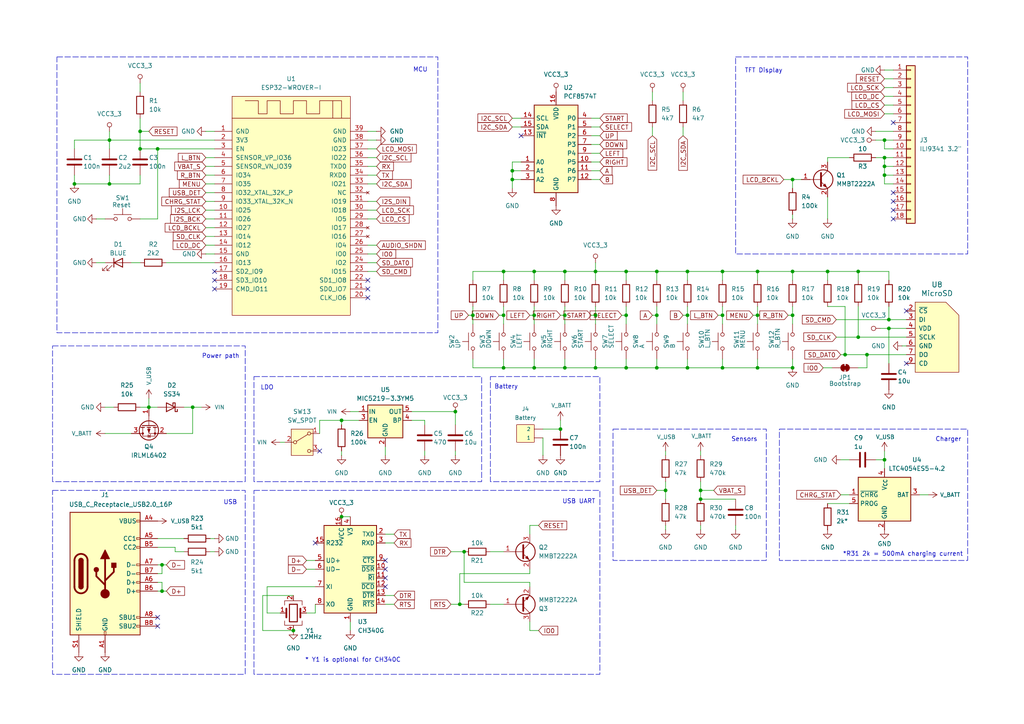
<source format=kicad_sch>
(kicad_sch (version 20250114) (generator "eeschema") (generator_version "9.0")
  (paper "A4")
  (title_block (title "Karabas Esplay") (date "2025-09-28") (rev "A") (company "Andy Karpov production"))
  (rectangle (start 16.51 16.51) (end 127 96.52) (stroke (width 0) (type dash)))
  (rectangle (start 73.66 142.24) (end 173.99 195.58) (stroke (width 0) (type dash)))
  (rectangle (start 226.06 124.46) (end 280.67 162.56) (stroke (width 0) (type dash)))
  (rectangle (start 142.24 109.22) (end 173.99 139.7) (stroke (width 0) (type dash)))
  (rectangle (start 213.36 16.51) (end 280.67 73.66) (stroke (width 0) (type dash)))
  (rectangle (start 177.8 124.46) (end 222.25 162.56) (stroke (width 0) (type dash)))
  (rectangle (start 15.24 100.33) (end 71.12 139.7) (stroke (width 0) (type dash)))
  (rectangle (start 73.66 109.22) (end 139.7 139.7) (stroke (width 0) (type dash)))
  (rectangle (start 15.24 142.24) (end 71.12 195.58) (stroke (width 0) (type dash)))
  (text "*R31 2k = 500mA charging current" (at 261.874 160.782 0) (effects (font (size 1.27 1.27))))
  (text "TFT Display" (at 221.488 20.574 0) (effects (font (size 1.27 1.27))))
  (text "USB UART" (at 167.894 145.542 0) (effects (font (size 1.27 1.27))))
  (text "USB" (at 66.802 145.796 0) (effects (font (size 1.27 1.27))))
  (text "LDO" (at 77.47 112.522 0) (effects (font (size 1.27 1.27))))
  (text "Charger" (at 275.082 127.508 0) (effects (font (size 1.27 1.27))))
  (text "MCU" (at 121.92 20.32 0) (effects (font (size 1.27 1.27))))
  (text "Battery" (at 146.812 112.268 0) (effects (font (size 1.27 1.27))))
  (text "Sensors" (at 215.9 127.508 0) (effects (font (size 1.27 1.27))))
  (text "* Y1 is optional for CH340C" (at 102.362 191.516 0) (effects (font (size 1.27 1.27))))
  (text "Power path" (at 64.008 103.378 0) (effects (font (size 1.27 1.27))))
  (junction (at 256.54 45.72))
  (junction (at 134.62 160.02))
  (junction (at 209.55 91.44))
  (junction (at 40.64 38.1))
  (junction (at 199.39 106.68))
  (junction (at 190.5 91.44))
  (junction (at 240.03 78.74))
  (junction (at 43.18 118.11))
  (junction (at 251.46 102.87))
  (junction (at 154.94 78.74))
  (junction (at 55.88 118.11))
  (junction (at 257.81 92.71))
  (junction (at 229.87 91.44))
  (junction (at 209.55 78.74))
  (junction (at 133.35 175.26))
  (junction (at 46.99 163.83))
  (junction (at 256.54 50.8))
  (junction (at 199.39 78.74))
  (junction (at 219.71 91.44))
  (junction (at 256.54 40.64))
  (junction (at 172.72 91.44))
  (junction (at 163.83 106.68))
  (junction (at 99.06 121.92))
  (junction (at 31.75 53.34))
  (junction (at 154.94 91.44))
  (junction (at 40.64 43.18))
  (junction (at 172.72 78.74))
  (junction (at 256.54 133.35))
  (junction (at 99.06 149.86))
  (junction (at 199.39 91.44))
  (junction (at 181.61 106.68))
  (junction (at 46.99 171.45))
  (junction (at 219.71 106.68))
  (junction (at 248.92 97.79))
  (junction (at 248.92 78.74))
  (junction (at 45.72 43.18))
  (junction (at 132.08 119.38))
  (junction (at 229.87 52.07))
  (junction (at 229.87 78.74))
  (junction (at 172.72 106.68))
  (junction (at 203.2 142.24))
  (junction (at 256.54 48.26))
  (junction (at 181.61 78.74))
  (junction (at 146.05 91.44))
  (junction (at 146.05 106.68))
  (junction (at 85.09 182.88))
  (junction (at 31.75 40.64))
  (junction (at 21.59 53.34))
  (junction (at 229.87 106.68))
  (junction (at 154.94 106.68))
  (junction (at 148.59 49.53))
  (junction (at 163.83 91.44))
  (junction (at 190.5 78.74))
  (junction (at 162.56 124.46))
  (junction (at 245.11 102.87))
  (junction (at 209.55 106.68))
  (junction (at 146.05 78.74))
  (junction (at 257.81 95.25))
  (junction (at 193.04 142.24))
  (junction (at 163.83 78.74))
  (junction (at 148.59 52.07))
  (junction (at 219.71 78.74))
  (junction (at 181.61 91.44))
  (junction (at 203.2 144.78))
  (junction (at 137.16 91.44))
  (junction (at 190.5 106.68))
  (no_connect (at 259.08 55.88))
  (no_connect (at 106.68 81.28))
  (no_connect (at 62.23 78.74))
  (no_connect (at 45.72 181.61))
  (no_connect (at 45.72 179.07))
  (no_connect (at 106.68 83.82))
  (no_connect (at 62.23 81.28))
  (no_connect (at 111.76 165.1))
  (no_connect (at 259.08 60.96))
  (no_connect (at 111.76 167.64))
  (no_connect (at 92.71 130.81))
  (no_connect (at 106.68 86.36))
  (no_connect (at 259.08 35.56))
  (no_connect (at 151.13 39.37))
  (no_connect (at 91.44 157.48))
  (no_connect (at 111.76 170.18))
  (no_connect (at 262.89 90.17))
  (no_connect (at 259.08 63.5))
  (no_connect (at 62.23 83.82))
  (no_connect (at 259.08 58.42))
  (no_connect (at 262.89 105.41))
  (no_connect (at 111.76 162.56))
  (wire (pts (xy 88.9 162.56) (xy 91.44 162.56)))
  (wire (pts (xy 148.59 49.53) (xy 151.13 49.53)))
  (wire (pts (xy 153.67 166.37) (xy 133.35 166.37)))
  (wire (pts (xy 59.69 50.8) (xy 62.23 50.8)))
  (wire (pts (xy 257.81 95.25) (xy 257.81 105.41)))
  (wire (pts (xy 259.08 43.18) (xy 256.54 43.18)))
  (wire (pts (xy 153.67 170.18) (xy 153.67 168.91)))
  (wire (pts (xy 157.48 127) (xy 157.48 132.08)))
  (wire (pts (xy 199.39 104.14) (xy 199.39 106.68)))
  (wire (pts (xy 137.16 88.9) (xy 137.16 91.44)))
  (wire (pts (xy 31.75 40.64) (xy 62.23 40.64)))
  (wire (pts (xy 27.94 63.5) (xy 30.48 63.5)))
  (wire (pts (xy 43.18 118.11) (xy 45.72 118.11)))
  (wire (pts (xy 48.26 76.2) (xy 62.23 76.2)))
  (wire (pts (xy 31.75 53.34) (xy 40.64 53.34)))
  (wire (pts (xy 193.04 130.81) (xy 193.04 132.08)))
  (wire (pts (xy 106.68 71.12) (xy 109.22 71.12)))
  (wire (pts (xy 55.88 118.11) (xy 58.42 118.11)))
  (wire (pts (xy 209.55 104.14) (xy 209.55 106.68)))
  (wire (pts (xy 45.72 158.75) (xy 50.8 158.75)))
  (wire (pts (xy 148.59 52.07) (xy 151.13 52.07)))
  (wire (pts (xy 77.47 170.18) (xy 77.47 177.8)))
  (wire (pts (xy 40.64 118.11) (xy 43.18 118.11)))
  (wire (pts (xy 146.05 88.9) (xy 146.05 91.44)))
  (wire (pts (xy 76.2 172.72) (xy 76.2 182.88)))
  (wire (pts (xy 219.71 91.44) (xy 219.71 93.98)))
  (wire (pts (xy 163.83 88.9) (xy 163.83 91.44)))
  (wire (pts (xy 248.92 106.68) (xy 251.46 106.68)))
  (wire (pts (xy 81.28 128.27) (xy 82.55 128.27)))
  (wire (pts (xy 53.34 118.11) (xy 55.88 118.11)))
  (wire (pts (xy 229.87 78.74) (xy 219.71 78.74)))
  (wire (pts (xy 256.54 50.8) (xy 259.08 50.8)))
  (wire (pts (xy 256.54 22.86) (xy 259.08 22.86)))
  (wire (pts (xy 148.59 34.29) (xy 151.13 34.29)))
  (wire (pts (xy 59.69 71.12) (xy 62.23 71.12)))
  (wire (pts (xy 59.69 63.5) (xy 62.23 63.5)))
  (wire (pts (xy 227.33 52.07) (xy 229.87 52.07)))
  (wire (pts (xy 171.45 52.07) (xy 173.99 52.07)))
  (wire (pts (xy 106.68 73.66) (xy 109.22 73.66)))
  (wire (pts (xy 229.87 62.23) (xy 229.87 63.5)))
  (wire (pts (xy 45.72 43.18) (xy 62.23 43.18)))
  (wire (pts (xy 45.72 166.37) (xy 46.99 166.37)))
  (wire (pts (xy 209.55 78.74) (xy 199.39 78.74)))
  (wire (pts (xy 31.75 53.34) (xy 21.59 53.34)))
  (wire (pts (xy 243.84 133.35) (xy 246.38 133.35)))
  (wire (pts (xy 257.81 95.25) (xy 262.89 95.25)))
  (wire (pts (xy 111.76 175.26) (xy 114.3 175.26)))
  (wire (pts (xy 171.45 91.44) (xy 172.72 91.44)))
  (wire (pts (xy 146.05 78.74) (xy 146.05 81.28)))
  (wire (pts (xy 240.03 78.74) (xy 229.87 78.74)))
  (wire (pts (xy 40.64 50.8) (xy 40.64 53.34)))
  (wire (pts (xy 148.59 49.53) (xy 148.59 52.07)))
  (wire (pts (xy 45.72 63.5) (xy 45.72 43.18)))
  (wire (pts (xy 181.61 88.9) (xy 181.61 91.44)))
  (wire (pts (xy 203.2 152.4) (xy 203.2 153.67)))
  (wire (pts (xy 106.68 45.72) (xy 109.22 45.72)))
  (wire (pts (xy 101.6 180.34) (xy 101.6 182.88)))
  (wire (pts (xy 256.54 48.26) (xy 256.54 45.72)))
  (wire (pts (xy 261.62 100.33) (xy 262.89 100.33)))
  (wire (pts (xy 246.38 146.05) (xy 240.03 146.05)))
  (wire (pts (xy 172.72 78.74) (xy 172.72 81.28)))
  (wire (pts (xy 123.19 130.81) (xy 123.19 132.08)))
  (wire (pts (xy 45.72 168.91) (xy 46.99 168.91)))
  (wire (pts (xy 181.61 78.74) (xy 172.72 78.74)))
  (wire (pts (xy 171.45 34.29) (xy 173.99 34.29)))
  (wire (pts (xy 31.75 40.64) (xy 31.75 43.18)))
  (wire (pts (xy 91.44 175.26) (xy 91.44 177.8)))
  (wire (pts (xy 76.2 182.88) (xy 85.09 182.88)))
  (wire (pts (xy 257.81 88.9) (xy 257.81 92.71)))
  (wire (pts (xy 256.54 40.64) (xy 259.08 40.64)))
  (wire (pts (xy 153.67 168.91) (xy 134.62 168.91)))
  (wire (pts (xy 245.11 88.9) (xy 245.11 102.87)))
  (wire (pts (xy 199.39 88.9) (xy 199.39 91.44)))
  (wire (pts (xy 251.46 102.87) (xy 262.89 102.87)))
  (wire (pts (xy 162.56 121.92) (xy 162.56 124.46)))
  (wire (pts (xy 40.64 24.13) (xy 40.64 26.67)))
  (wire (pts (xy 190.5 142.24) (xy 193.04 142.24)))
  (wire (pts (xy 246.38 45.72) (xy 240.03 45.72)))
  (wire (pts (xy 257.81 92.71) (xy 262.89 92.71)))
  (wire (pts (xy 45.72 163.83) (xy 46.99 163.83)))
  (wire (pts (xy 59.69 60.96) (xy 62.23 60.96)))
  (wire (pts (xy 59.69 55.88) (xy 62.23 55.88)))
  (wire (pts (xy 137.16 104.14) (xy 137.16 106.68)))
  (wire (pts (xy 172.72 91.44) (xy 172.72 93.98)))
  (wire (pts (xy 199.39 106.68) (xy 190.5 106.68)))
  (wire (pts (xy 59.69 73.66) (xy 62.23 73.66)))
  (wire (pts (xy 163.83 78.74) (xy 163.83 81.28)))
  (wire (pts (xy 256.54 20.32) (xy 259.08 20.32)))
  (wire (pts (xy 144.78 91.44) (xy 146.05 91.44)))
  (wire (pts (xy 180.34 91.44) (xy 181.61 91.44)))
  (wire (pts (xy 219.71 106.68) (xy 209.55 106.68)))
  (wire (pts (xy 38.1 76.2) (xy 40.64 76.2)))
  (wire (pts (xy 133.35 175.26) (xy 130.81 175.26)))
  (wire (pts (xy 154.94 104.14) (xy 154.94 106.68)))
  (wire (pts (xy 99.06 121.92) (xy 99.06 123.19)))
  (wire (pts (xy 40.64 38.1) (xy 40.64 43.18)))
  (wire (pts (xy 148.59 36.83) (xy 151.13 36.83)))
  (wire (pts (xy 229.87 88.9) (xy 229.87 91.44)))
  (wire (pts (xy 132.08 119.38) (xy 119.38 119.38)))
  (wire (pts (xy 254 45.72) (xy 256.54 45.72)))
  (wire (pts (xy 219.71 88.9) (xy 219.71 91.44)))
  (wire (pts (xy 228.6 91.44) (xy 229.87 91.44)))
  (wire (pts (xy 106.68 78.74) (xy 109.22 78.74)))
  (wire (pts (xy 257.81 81.28) (xy 257.81 78.74)))
  (wire (pts (xy 59.69 66.04) (xy 62.23 66.04)))
  (wire (pts (xy 181.61 91.44) (xy 181.61 93.98)))
  (wire (pts (xy 123.19 121.92) (xy 123.19 123.19)))
  (wire (pts (xy 242.57 97.79) (xy 248.92 97.79)))
  (wire (pts (xy 85.09 172.72) (xy 76.2 172.72)))
  (wire (pts (xy 172.72 104.14) (xy 172.72 106.68)))
  (wire (pts (xy 218.44 91.44) (xy 219.71 91.44)))
  (wire (pts (xy 256.54 25.4) (xy 259.08 25.4)))
  (wire (pts (xy 229.87 52.07) (xy 229.87 54.61)))
  (wire (pts (xy 256.54 53.34) (xy 256.54 50.8)))
  (wire (pts (xy 255.27 95.25) (xy 257.81 95.25)))
  (wire (pts (xy 40.64 43.18) (xy 45.72 43.18)))
  (wire (pts (xy 171.45 39.37) (xy 173.99 39.37)))
  (wire (pts (xy 256.54 45.72) (xy 259.08 45.72)))
  (wire (pts (xy 190.5 91.44) (xy 190.5 93.98)))
  (wire (pts (xy 157.48 124.46) (xy 162.56 124.46)))
  (wire (pts (xy 162.56 91.44) (xy 163.83 91.44)))
  (wire (pts (xy 146.05 106.68) (xy 137.16 106.68)))
  (wire (pts (xy 219.71 78.74) (xy 219.71 81.28)))
  (wire (pts (xy 154.94 88.9) (xy 154.94 91.44)))
  (wire (pts (xy 146.05 91.44) (xy 146.05 93.98)))
  (wire (pts (xy 106.68 48.26) (xy 109.22 48.26)))
  (wire (pts (xy 190.5 78.74) (xy 190.5 81.28)))
  (wire (pts (xy 106.68 50.8) (xy 109.22 50.8)))
  (wire (pts (xy 171.45 49.53) (xy 173.99 49.53)))
  (wire (pts (xy 172.72 106.68) (xy 163.83 106.68)))
  (wire (pts (xy 21.59 50.8) (xy 21.59 53.34)))
  (wire (pts (xy 59.69 48.26) (xy 62.23 48.26)))
  (wire (pts (xy 111.76 154.94) (xy 114.3 154.94)))
  (wire (pts (xy 31.75 40.64) (xy 21.59 40.64)))
  (wire (pts (xy 198.12 26.67) (xy 198.12 29.21)))
  (wire (pts (xy 59.69 45.72) (xy 62.23 45.72)))
  (wire (pts (xy 154.94 78.74) (xy 154.94 81.28)))
  (wire (pts (xy 21.59 40.64) (xy 21.59 43.18)))
  (wire (pts (xy 163.83 106.68) (xy 154.94 106.68)))
  (wire (pts (xy 238.76 106.68) (xy 241.3 106.68)))
  (wire (pts (xy 106.68 76.2) (xy 109.22 76.2)))
  (wire (pts (xy 46.99 166.37) (xy 46.99 163.83)))
  (wire (pts (xy 163.83 78.74) (xy 154.94 78.74)))
  (wire (pts (xy 154.94 91.44) (xy 154.94 93.98)))
  (wire (pts (xy 229.87 106.68) (xy 219.71 106.68)))
  (wire (pts (xy 106.68 43.18) (xy 109.22 43.18)))
  (wire (pts (xy 106.68 63.5) (xy 109.22 63.5)))
  (wire (pts (xy 240.03 78.74) (xy 240.03 81.28)))
  (wire (pts (xy 46.99 171.45) (xy 48.26 171.45)))
  (wire (pts (xy 198.12 91.44) (xy 199.39 91.44)))
  (wire (pts (xy 203.2 139.7) (xy 203.2 142.24)))
  (wire (pts (xy 104.14 121.92) (xy 99.06 121.92)))
  (wire (pts (xy 189.23 91.44) (xy 190.5 91.44)))
  (wire (pts (xy 142.24 160.02) (xy 146.05 160.02)))
  (wire (pts (xy 137.16 91.44) (xy 137.16 93.98)))
  (wire (pts (xy 203.2 142.24) (xy 207.01 142.24)))
  (wire (pts (xy 31.75 38.1) (xy 31.75 40.64)))
  (wire (pts (xy 209.55 91.44) (xy 209.55 93.98)))
  (wire (pts (xy 40.64 63.5) (xy 45.72 63.5)))
  (wire (pts (xy 106.68 60.96) (xy 109.22 60.96)))
  (wire (pts (xy 55.88 118.11) (xy 55.88 125.73)))
  (wire (pts (xy 245.11 102.87) (xy 251.46 102.87)))
  (wire (pts (xy 60.96 156.21) (xy 62.23 156.21)))
  (wire (pts (xy 209.55 106.68) (xy 199.39 106.68)))
  (wire (pts (xy 137.16 78.74) (xy 137.16 81.28)))
  (wire (pts (xy 229.87 52.07) (xy 232.41 52.07)))
  (wire (pts (xy 203.2 142.24) (xy 203.2 144.78)))
  (wire (pts (xy 40.64 38.1) (xy 43.18 38.1)))
  (wire (pts (xy 59.69 53.34) (xy 62.23 53.34)))
  (wire (pts (xy 266.7 143.51) (xy 269.24 143.51)))
  (wire (pts (xy 163.83 91.44) (xy 163.83 93.98)))
  (wire (pts (xy 40.64 34.29) (xy 40.64 38.1)))
  (wire (pts (xy 208.28 91.44) (xy 209.55 91.44)))
  (wire (pts (xy 30.48 125.73) (xy 38.1 125.73)))
  (wire (pts (xy 190.5 106.68) (xy 181.61 106.68)))
  (wire (pts (xy 199.39 78.74) (xy 190.5 78.74)))
  (wire (pts (xy 203.2 130.81) (xy 203.2 132.08)))
  (wire (pts (xy 59.69 58.42) (xy 62.23 58.42)))
  (wire (pts (xy 153.67 154.94) (xy 153.67 152.4)))
  (wire (pts (xy 77.47 177.8) (xy 81.28 177.8)))
  (wire (pts (xy 148.59 52.07) (xy 148.59 54.61)))
  (wire (pts (xy 190.5 78.74) (xy 181.61 78.74)))
  (wire (pts (xy 46.99 168.91) (xy 46.99 171.45)))
  (wire (pts (xy 45.72 171.45) (xy 46.99 171.45)))
  (wire (pts (xy 243.84 102.87) (xy 245.11 102.87)))
  (wire (pts (xy 99.06 130.81) (xy 99.06 132.08)))
  (wire (pts (xy 88.9 165.1) (xy 91.44 165.1)))
  (wire (pts (xy 229.87 104.14) (xy 229.87 106.68)))
  (wire (pts (xy 259.08 53.34) (xy 256.54 53.34)))
  (wire (pts (xy 133.35 175.26) (xy 134.62 175.26)))
  (wire (pts (xy 229.87 91.44) (xy 229.87 93.98)))
  (wire (pts (xy 172.72 76.2) (xy 172.72 78.74)))
  (wire (pts (xy 146.05 78.74) (xy 137.16 78.74)))
  (wire (pts (xy 198.12 36.83) (xy 198.12 39.37)))
  (wire (pts (xy 106.68 53.34) (xy 109.22 53.34)))
  (wire (pts (xy 193.04 152.4) (xy 193.04 153.67)))
  (wire (pts (xy 243.84 143.51) (xy 246.38 143.51)))
  (wire (pts (xy 181.61 106.68) (xy 172.72 106.68)))
  (wire (pts (xy 190.5 88.9) (xy 190.5 91.44)))
  (wire (pts (xy 92.71 121.92) (xy 99.06 121.92)))
  (wire (pts (xy 153.67 152.4) (xy 156.21 152.4)))
  (wire (pts (xy 171.45 44.45) (xy 173.99 44.45)))
  (wire (pts (xy 248.92 78.74) (xy 240.03 78.74)))
  (wire (pts (xy 256.54 43.18) (xy 256.54 40.64)))
  (wire (pts (xy 172.72 88.9) (xy 172.72 91.44)))
  (wire (pts (xy 132.08 123.19) (xy 132.08 119.38)))
  (wire (pts (xy 251.46 106.68) (xy 251.46 102.87)))
  (wire (pts (xy 171.45 41.91) (xy 173.99 41.91)))
  (wire (pts (xy 193.04 139.7) (xy 193.04 142.24)))
  (wire (pts (xy 153.67 182.88) (xy 156.21 182.88)))
  (wire (pts (xy 59.69 38.1) (xy 62.23 38.1)))
  (wire (pts (xy 242.57 92.71) (xy 257.81 92.71)))
  (wire (pts (xy 181.61 78.74) (xy 181.61 81.28)))
  (wire (pts (xy 43.18 115.57) (xy 43.18 118.11)))
  (wire (pts (xy 240.03 88.9) (xy 245.11 88.9)))
  (wire (pts (xy 257.81 78.74) (xy 248.92 78.74)))
  (wire (pts (xy 199.39 78.74) (xy 199.39 81.28)))
  (wire (pts (xy 256.54 30.48) (xy 259.08 30.48)))
  (wire (pts (xy 111.76 172.72) (xy 114.3 172.72)))
  (wire (pts (xy 132.08 130.81) (xy 132.08 132.08)))
  (wire (pts (xy 248.92 88.9) (xy 248.92 97.79)))
  (wire (pts (xy 256.54 33.02) (xy 259.08 33.02)))
  (wire (pts (xy 229.87 81.28) (xy 229.87 78.74)))
  (wire (pts (xy 91.44 170.18) (xy 77.47 170.18)))
  (wire (pts (xy 163.83 104.14) (xy 163.83 106.68)))
  (wire (pts (xy 46.99 163.83) (xy 48.26 163.83)))
  (wire (pts (xy 130.81 160.02) (xy 134.62 160.02)))
  (wire (pts (xy 240.03 57.15) (xy 240.03 63.5)))
  (wire (pts (xy 190.5 104.14) (xy 190.5 106.68)))
  (wire (pts (xy 133.35 166.37) (xy 133.35 175.26)))
  (wire (pts (xy 248.92 97.79) (xy 262.89 97.79)))
  (wire (pts (xy 248.92 78.74) (xy 248.92 81.28)))
  (wire (pts (xy 111.76 129.54) (xy 111.76 132.08)))
  (wire (pts (xy 111.76 157.48) (xy 114.3 157.48)))
  (wire (pts (xy 219.71 78.74) (xy 209.55 78.74)))
  (wire (pts (xy 106.68 58.42) (xy 109.22 58.42)))
  (wire (pts (xy 153.67 180.34) (xy 153.67 182.88)))
  (wire (pts (xy 59.69 68.58) (xy 62.23 68.58)))
  (wire (pts (xy 254 38.1) (xy 259.08 38.1)))
  (wire (pts (xy 254 40.64) (xy 256.54 40.64)))
  (wire (pts (xy 119.38 121.92) (xy 123.19 121.92)))
  (wire (pts (xy 219.71 104.14) (xy 219.71 106.68)))
  (wire (pts (xy 31.75 50.8) (xy 31.75 53.34)))
  (wire (pts (xy 153.67 165.1) (xy 153.67 166.37)))
  (wire (pts (xy 142.24 175.26) (xy 146.05 175.26)))
  (wire (pts (xy 27.94 76.2) (xy 30.48 76.2)))
  (wire (pts (xy 135.89 91.44) (xy 137.16 91.44)))
  (wire (pts (xy 106.68 40.64) (xy 109.22 40.64)))
  (wire (pts (xy 213.36 152.4) (xy 213.36 153.67)))
  (wire (pts (xy 256.54 48.26) (xy 259.08 48.26)))
  (wire (pts (xy 91.44 177.8) (xy 88.9 177.8)))
  (wire (pts (xy 154.94 78.74) (xy 146.05 78.74)))
  (wire (pts (xy 30.48 118.11) (xy 33.02 118.11)))
  (wire (pts (xy 240.03 45.72) (xy 240.03 46.99)))
  (wire (pts (xy 254 133.35) (xy 256.54 133.35)))
  (wire (pts (xy 193.04 142.24) (xy 193.04 144.78)))
  (wire (pts (xy 256.54 27.94) (xy 259.08 27.94)))
  (wire (pts (xy 256.54 130.81) (xy 256.54 133.35)))
  (wire (pts (xy 189.23 26.67) (xy 189.23 29.21)))
  (wire (pts (xy 209.55 78.74) (xy 209.55 81.28)))
  (wire (pts (xy 60.96 160.02) (xy 62.23 160.02)))
  (wire (pts (xy 50.8 160.02) (xy 53.34 160.02)))
  (wire (pts (xy 45.72 156.21) (xy 53.34 156.21)))
  (wire (pts (xy 106.68 38.1) (xy 109.22 38.1)))
  (wire (pts (xy 151.13 46.99) (xy 148.59 46.99)))
  (wire (pts (xy 148.59 46.99) (xy 148.59 49.53)))
  (wire (pts (xy 189.23 36.83) (xy 189.23 39.37)))
  (wire (pts (xy 256.54 133.35) (xy 256.54 135.89)))
  (wire (pts (xy 101.6 119.38) (xy 104.14 119.38)))
  (wire (pts (xy 101.6 149.86) (xy 99.06 149.86)))
  (wire (pts (xy 134.62 160.02) (xy 134.62 168.91)))
  (wire (pts (xy 154.94 106.68) (xy 146.05 106.68)))
  (wire (pts (xy 55.88 125.73) (xy 48.26 125.73)))
  (wire (pts (xy 181.61 104.14) (xy 181.61 106.68)))
  (wire (pts (xy 146.05 104.14) (xy 146.05 106.68)))
  (wire (pts (xy 171.45 36.83) (xy 173.99 36.83)))
  (wire (pts (xy 171.45 46.99) (xy 173.99 46.99)))
  (wire (pts (xy 199.39 91.44) (xy 199.39 93.98)))
  (wire (pts (xy 256.54 50.8) (xy 256.54 48.26)))
  (wire (pts (xy 172.72 78.74) (xy 163.83 78.74)))
  (wire (pts (xy 92.71 125.73) (xy 92.71 121.92)))
  (wire (pts (xy 209.55 88.9) (xy 209.55 91.44)))
  (wire (pts (xy 203.2 144.78) (xy 213.36 144.78)))
  (wire (pts (xy 153.67 91.44) (xy 154.94 91.44)))
  (wire (pts (xy 50.8 158.75) (xy 50.8 160.02)))
  (global_label "LCD_DC" (shape input) (at 59.69 71.12 180) (property "Intersheetrefs" "${INTERSHEET_REFS}" (effects (hide yes))))
  (global_label "UP" (shape input) (at 135.89 91.44 180) (property "Intersheetrefs" "${INTERSHEET_REFS}" (effects (hide yes))))
  (global_label "IO0" (shape input) (at 156.21 182.88 0) (property "Intersheetrefs" "${INTERSHEET_REFS}" (effects (hide yes))))
  (global_label "RX" (shape input) (at 109.22 48.26 0) (property "Intersheetrefs" "${INTERSHEET_REFS}" (effects (hide yes))))
  (global_label "START" (shape input) (at 171.45 91.44 180) (property "Intersheetrefs" "${INTERSHEET_REFS}" (effects (hide yes))))
  (global_label "I2S_LCK" (shape input) (at 59.69 60.96 180) (property "Intersheetrefs" "${INTERSHEET_REFS}" (effects (hide yes))))
  (global_label "SD_CMD" (shape input) (at 242.57 92.71 180) (property "Intersheetrefs" "${INTERSHEET_REFS}" (effects (hide yes))))
  (global_label "D+" (shape input) (at 88.9 162.56 180) (property "Intersheetrefs" "${INTERSHEET_REFS}" (effects (hide yes))))
  (global_label "I2C_SCL" (shape input) (at 189.23 39.37 270) (property "Intersheetrefs" "${INTERSHEET_REFS}" (effects (hide yes))))
  (global_label "LCD_DC" (shape input) (at 256.54 27.94 180) (property "Intersheetrefs" "${INTERSHEET_REFS}" (effects (hide yes))))
  (global_label "D+" (shape input) (at 48.26 171.45 0) (property "Intersheetrefs" "${INTERSHEET_REFS}" (effects (hide yes))))
  (global_label "R_BTN" (shape input) (at 59.69 50.8 180) (property "Intersheetrefs" "${INTERSHEET_REFS}" (effects (hide yes))))
  (global_label "I2C_SDA" (shape input) (at 198.12 39.37 270) (property "Intersheetrefs" "${INTERSHEET_REFS}" (effects (hide yes))))
  (global_label "USB_DET" (shape input) (at 190.5 142.24 180) (property "Intersheetrefs" "${INTERSHEET_REFS}" (effects (hide yes))))
  (global_label "D-" (shape input) (at 88.9 165.1 180) (property "Intersheetrefs" "${INTERSHEET_REFS}" (effects (hide yes))))
  (global_label "L_BTN" (shape input) (at 59.69 45.72 180) (property "Intersheetrefs" "${INTERSHEET_REFS}" (effects (hide yes))))
  (global_label "DOWN" (shape input) (at 144.78 91.44 180) (property "Intersheetrefs" "${INTERSHEET_REFS}" (effects (hide yes))))
  (global_label "LCD_MOSI" (shape input) (at 109.22 43.18 0) (property "Intersheetrefs" "${INTERSHEET_REFS}" (effects (hide yes))))
  (global_label "LCD_SCK" (shape input) (at 256.54 25.4 180) (property "Intersheetrefs" "${INTERSHEET_REFS}" (effects (hide yes))))
  (global_label "IO0" (shape input) (at 238.76 106.68 180) (property "Intersheetrefs" "${INTERSHEET_REFS}" (effects (hide yes))))
  (global_label "R_BTN" (shape input) (at 228.6 91.44 180) (property "Intersheetrefs" "${INTERSHEET_REFS}" (effects (hide yes))))
  (global_label "RTS" (shape input) (at 130.81 175.26 180) (property "Intersheetrefs" "${INTERSHEET_REFS}" (effects (hide yes))))
  (global_label "I2S_DIN" (shape input) (at 109.22 58.42 0) (property "Intersheetrefs" "${INTERSHEET_REFS}" (effects (hide yes))))
  (global_label "DTR" (shape input) (at 114.3 172.72 0) (property "Intersheetrefs" "${INTERSHEET_REFS}" (effects (hide yes))))
  (global_label "DTR" (shape input) (at 130.81 160.02 180) (property "Intersheetrefs" "${INTERSHEET_REFS}" (effects (hide yes))))
  (global_label "SD_CLK" (shape input) (at 59.69 68.58 180) (property "Intersheetrefs" "${INTERSHEET_REFS}" (effects (hide yes))))
  (global_label "I2C_SCL" (shape input) (at 148.59 34.29 180) (property "Intersheetrefs" "${INTERSHEET_REFS}" (effects (hide yes))))
  (global_label "A" (shape input) (at 173.99 49.53 0) (property "Intersheetrefs" "${INTERSHEET_REFS}" (effects (hide yes))))
  (global_label "I2S_BCK" (shape input) (at 59.69 63.5 180) (property "Intersheetrefs" "${INTERSHEET_REFS}" (effects (hide yes))))
  (global_label "LEFT" (shape input) (at 173.99 44.45 0) (property "Intersheetrefs" "${INTERSHEET_REFS}" (effects (hide yes))))
  (global_label "LCD_CS" (shape input) (at 109.22 63.5 0) (property "Intersheetrefs" "${INTERSHEET_REFS}" (effects (hide yes))))
  (global_label "RTS" (shape input) (at 114.3 175.26 0) (property "Intersheetrefs" "${INTERSHEET_REFS}" (effects (hide yes))))
  (global_label "B" (shape input) (at 198.12 91.44 180) (property "Intersheetrefs" "${INTERSHEET_REFS}" (effects (hide yes))))
  (global_label "A" (shape input) (at 189.23 91.44 180) (property "Intersheetrefs" "${INTERSHEET_REFS}" (effects (hide yes))))
  (global_label "LCD_MOSI" (shape input) (at 256.54 33.02 180) (property "Intersheetrefs" "${INTERSHEET_REFS}" (effects (hide yes))))
  (global_label "IO0" (shape input) (at 109.22 73.66 0) (property "Intersheetrefs" "${INTERSHEET_REFS}" (effects (hide yes))))
  (global_label "RIGHT" (shape input) (at 162.56 91.44 180) (property "Intersheetrefs" "${INTERSHEET_REFS}" (effects (hide yes))))
  (global_label "LEFT" (shape input) (at 153.67 91.44 180) (property "Intersheetrefs" "${INTERSHEET_REFS}" (effects (hide yes))))
  (global_label "D-" (shape input) (at 48.26 163.83 0) (property "Intersheetrefs" "${INTERSHEET_REFS}" (effects (hide yes))))
  (global_label "USB_DET" (shape input) (at 59.69 55.88 180) (property "Intersheetrefs" "${INTERSHEET_REFS}" (effects (hide yes))))
  (global_label "LCD_BCKL" (shape input) (at 59.69 66.04 180) (property "Intersheetrefs" "${INTERSHEET_REFS}" (effects (hide yes))))
  (global_label "VBAT_S" (shape input) (at 59.69 48.26 180) (property "Intersheetrefs" "${INTERSHEET_REFS}" (effects (hide yes))))
  (global_label "MENU" (shape input) (at 218.44 91.44 180) (property "Intersheetrefs" "${INTERSHEET_REFS}" (effects (hide yes))))
  (global_label "RESET" (shape input) (at 256.54 22.86 180) (property "Intersheetrefs" "${INTERSHEET_REFS}" (effects (hide yes))))
  (global_label "I2C_SDA" (shape input) (at 109.22 53.34 0) (property "Intersheetrefs" "${INTERSHEET_REFS}" (effects (hide yes))))
  (global_label "CHRG_STAT" (shape input) (at 59.69 58.42 180) (property "Intersheetrefs" "${INTERSHEET_REFS}" (effects (hide yes))))
  (global_label "TX" (shape input) (at 109.22 50.8 0) (property "Intersheetrefs" "${INTERSHEET_REFS}" (effects (hide yes))))
  (global_label "LCD_CS" (shape input) (at 256.54 30.48 180) (property "Intersheetrefs" "${INTERSHEET_REFS}" (effects (hide yes))))
  (global_label "DOWN" (shape input) (at 173.99 41.91 0) (property "Intersheetrefs" "${INTERSHEET_REFS}" (effects (hide yes))))
  (global_label "UP" (shape input) (at 173.99 39.37 0) (property "Intersheetrefs" "${INTERSHEET_REFS}" (effects (hide yes))))
  (global_label "SD_CMD" (shape input) (at 109.22 78.74 0) (property "Intersheetrefs" "${INTERSHEET_REFS}" (effects (hide yes))))
  (global_label "SELECT" (shape input) (at 173.99 36.83 0) (property "Intersheetrefs" "${INTERSHEET_REFS}" (effects (hide yes))))
  (global_label "VBAT_S" (shape input) (at 207.01 142.24 0) (property "Intersheetrefs" "${INTERSHEET_REFS}" (effects (hide yes))))
  (global_label "LCD_BCKL" (shape input) (at 227.33 52.07 180) (property "Intersheetrefs" "${INTERSHEET_REFS}" (effects (hide yes))))
  (global_label "SD_CLK" (shape input) (at 242.57 97.79 180) (property "Intersheetrefs" "${INTERSHEET_REFS}" (effects (hide yes))))
  (global_label "LCD_SCK" (shape input) (at 109.22 60.96 0) (property "Intersheetrefs" "${INTERSHEET_REFS}" (effects (hide yes))))
  (global_label "SD_DAT0" (shape input) (at 243.84 102.87 180) (property "Intersheetrefs" "${INTERSHEET_REFS}" (effects (hide yes))))
  (global_label "RX" (shape input) (at 114.3 157.48 0) (property "Intersheetrefs" "${INTERSHEET_REFS}" (effects (hide yes))))
  (global_label "L_BTN" (shape input) (at 208.28 91.44 180) (property "Intersheetrefs" "${INTERSHEET_REFS}" (effects (hide yes))))
  (global_label "START" (shape input) (at 173.99 34.29 0) (property "Intersheetrefs" "${INTERSHEET_REFS}" (effects (hide yes))))
  (global_label "SELECT" (shape input) (at 180.34 91.44 180) (property "Intersheetrefs" "${INTERSHEET_REFS}" (effects (hide yes))))
  (global_label "RESET" (shape input) (at 43.18 38.1 0) (property "Intersheetrefs" "${INTERSHEET_REFS}" (effects (hide yes))))
  (global_label "B" (shape input) (at 173.99 52.07 0) (property "Intersheetrefs" "${INTERSHEET_REFS}" (effects (hide yes))))
  (global_label "SD_DAT0" (shape input) (at 109.22 76.2 0) (property "Intersheetrefs" "${INTERSHEET_REFS}" (effects (hide yes))))
  (global_label "I2C_SCL" (shape input) (at 109.22 45.72 0) (property "Intersheetrefs" "${INTERSHEET_REFS}" (effects (hide yes))))
  (global_label "RIGHT" (shape input) (at 173.99 46.99 0) (property "Intersheetrefs" "${INTERSHEET_REFS}" (effects (hide yes))))
  (global_label "MENU" (shape input) (at 59.69 53.34 180) (property "Intersheetrefs" "${INTERSHEET_REFS}" (effects (hide yes))))
  (global_label "RESET" (shape input) (at 156.21 152.4 0) (property "Intersheetrefs" "${INTERSHEET_REFS}" (effects (hide yes))))
  (global_label "CHRG_STAT" (shape input) (at 243.84 143.51 180) (property "Intersheetrefs" "${INTERSHEET_REFS}" (effects (hide yes))))
  (global_label "TX" (shape input) (at 114.3 154.94 0) (property "Intersheetrefs" "${INTERSHEET_REFS}" (effects (hide yes))))
  (global_label "I2C_SDA" (shape input) (at 148.59 36.83 180) (property "Intersheetrefs" "${INTERSHEET_REFS}" (effects (hide yes))))
  (global_label "AUDIO_SHDN" (shape input) (at 109.22 71.12 0) (property "Intersheetrefs" "${INTERSHEET_REFS}" (effects (hide yes))))
  (symbol (lib_id "Transistor_FET:IRLML6402") (at 43.18 123.19 90) (mirror x) (unit 1)
    (property "Reference" "Q4" (at 43.18 129.54 90))
    (property "Value" "IRLML6402" (at 43.18 132.08 90))
    (property "Footprint" "Package_TO_SOT_SMD:SOT-23" (effects (hide yes)))
    (property "Datasheet" "https://www.infineon.com/dgdl/irlml6402pbf.pdf?fileId=5546d462533600a401535668d5c2263c" (effects (hide yes)))
    (property "Description" "-3.7A Id, -20V Vds, 65mOhm Rds, P-Channel HEXFET Power MOSFET, SOT-23" (effects (hide yes)))
  )
  (symbol (lib_id "Device:R") (at 229.87 58.42 0) (unit 1)
    (property "Reference" "R4" (at 232.41 57.1499 0) (effects (justify left)))
    (property "Value" "100k" (at 232.41 59.6899 0) (effects (justify left)))
    (property "Footprint" "Resistor_SMD:R_0805_2012Metric_Pad1.20x1.40mm_HandSolder" (effects (hide yes)))
    (property "Description" "Resistor" (effects (hide yes)))
  )
  (symbol (lib_id "Device:R") (at 240.03 149.86 0) (unit 1)
    (property "Reference" "R31" (at 242.57 148.5899 0) (effects (justify left)))
    (property "Value" "2k*" (at 242.57 151.1299 0) (effects (justify left)))
    (property "Footprint" "Resistor_SMD:R_0805_2012Metric_Pad1.20x1.40mm_HandSolder" (effects (hide yes)))
    (property "Description" "Resistor" (effects (hide yes)))
  )
  (symbol (lib_id "power:GND") (at 30.48 118.11 270) (unit 1)
    (property "Reference" "#PWR032" (effects (hide yes)))
    (property "Value" "GND" (at 27.432 118.11 90) (effects (justify right)))
    (property "Description" "Power symbol creates a global label with name \"GND\" , ground" (effects (hide yes)))
  )
  (symbol (lib_id "power:GND") (at 132.08 132.08 0) (unit 1)
    (property "Reference" "#PWR035" (effects (hide yes)))
    (property "Value" "GND" (at 132.08 137.16 0))
    (property "Description" "Power symbol creates a global label with name \"GND\" , ground" (effects (hide yes)))
  )
  (symbol (lib_id "Device:C") (at 123.19 127 0) (unit 1)
    (property "Reference" "C5" (at 125.73 125.73 0) (effects (justify left)))
    (property "Value" "470" (at 125.73 128.27 0) (effects (justify left)))
    (property "Footprint" "Capacitor_SMD:C_0805_2012Metric_Pad1.18x1.45mm_HandSolder" (effects (hide yes)))
    (property "Description" "Unpolarized capacitor" (effects (hide yes)))
  )
  (symbol (lib_id "power:GND") (at 109.22 38.1 90) (unit 1)
    (property "Reference" "#PWR04" (effects (hide yes)))
    (property "Value" "GND" (at 113.03 38.0999 90) (effects (justify right)))
    (property "Description" "Power symbol creates a global label with name \"GND\" , ground" (effects (hide yes)))
  )
  (symbol (lib_id "power:GND") (at 123.19 132.08 0) (unit 1)
    (property "Reference" "#PWR034" (effects (hide yes)))
    (property "Value" "GND" (at 123.19 137.16 0))
    (property "Description" "Power symbol creates a global label with name \"GND\" , ground" (effects (hide yes)))
  )
  (symbol (lib_id "power:GND") (at 27.94 76.2 270) (unit 1)
    (property "Reference" "#PWR08" (effects (hide yes)))
    (property "Value" "GND" (at 25.146 76.2 90) (effects (justify right)))
    (property "Description" "Power symbol creates a global label with name \"GND\" , ground" (effects (hide yes)))
  )
  (symbol (lib_id "power:GND") (at 62.23 156.21 90) (unit 1)
    (property "Reference" "#PWR030" (effects (hide yes)))
    (property "Value" "GND" (at 65.278 156.21 90) (effects (justify right)))
    (property "Description" "Power symbol creates a global label with name \"GND\" , ground" (effects (hide yes)))
  )
  (symbol (lib_id "vcc33:VCC3_3") (at 40.64 24.13 0) (unit 1)
    (property "Reference" "#PWR01" (effects (hide yes)))
    (property "Value" "VCC3_3" (at 40.64 19.05 0))
    (property "Description" "Power flag, VCC" (effects (hide yes)))
  )
  (symbol (lib_id "power:GND") (at 229.87 63.5 0) (unit 1)
    (property "Reference" "#PWR014" (effects (hide yes)))
    (property "Value" "GND" (at 229.87 68.58 0))
    (property "Description" "Power symbol creates a global label with name \"GND\" , ground" (effects (hide yes)))
  )
  (symbol (lib_id "power:GND") (at 21.59 53.34 0) (unit 1)
    (property "Reference" "#PWR02" (effects (hide yes)))
    (property "Value" "GND" (at 21.59 58.42 0))
    (property "Description" "Power symbol creates a global label with name \"GND\" , ground" (effects (hide yes)))
  )
  (symbol (lib_id "Switch:SW_Push") (at 35.56 63.5 0) (unit 1)
    (property "Reference" "SW1" (at 33.528 57.404 0) (effects (justify left)))
    (property "Value" "Reset" (at 32.512 59.436 0) (effects (justify left)))
    (property "Footprint" "footprints:SW_SPST_PTS810_handsoldering" (effects (hide yes)))
    (property "Description" "Push button switch, generic, two pins" (effects (hide yes)))
  )
  (symbol (lib_id "Device:R") (at 146.05 85.09 0) (unit 1)
    (property "Reference" "R8" (at 148.59 83.8199 0) (effects (justify left)))
    (property "Value" "10k" (at 148.59 86.3599 0) (effects (justify left)))
    (property "Footprint" "Resistor_SMD:R_0805_2012Metric_Pad1.20x1.40mm_HandSolder" (effects (hide yes)))
    (property "Description" "Resistor" (effects (hide yes)))
  )
  (symbol (lib_id "Switch:SW_SPDT") (at 87.63 128.27 0) (unit 1)
    (property "Reference" "SW13" (at 87.63 119.38 0))
    (property "Value" "SW_SPDT" (at 87.63 121.92 0))
    (property "Footprint" "Button_Switch_THT:SW_Slide_SPDT_Angled_CK_OS102011MA1Q" (effects (hide yes)))
    (property "Description" "Switch, single pole double throw" (effects (hide yes)))
  )
  (symbol (lib_id "power:GND") (at 256.54 20.32 270) (unit 1)
    (property "Reference" "#PWR010" (effects (hide yes)))
    (property "Value" "GND" (at 253.746 20.32 90) (effects (justify right)))
    (property "Description" "Power symbol creates a global label with name \"GND\" , ground" (effects (hide yes)))
  )
  (symbol (lib_id "power:GND") (at 101.6 182.88 0) (unit 1)
    (property "Reference" "#PWR026" (effects (hide yes)))
    (property "Value" "GND" (at 101.6 187.96 0))
    (property "Description" "Power symbol creates a global label with name \"GND\" , ground" (effects (hide yes)))
  )
  (symbol (lib_id "power:GND") (at 62.23 160.02 90) (unit 1)
    (property "Reference" "#PWR031" (effects (hide yes)))
    (property "Value" "GND" (at 65.278 160.02 90) (effects (justify right)))
    (property "Description" "Power symbol creates a global label with name \"GND\" , ground" (effects (hide yes)))
  )
  (symbol (lib_id "power:GND") (at 243.84 133.35 270) (unit 1)
    (property "Reference" "#PWR044" (effects (hide yes)))
    (property "Value" "GND" (at 240.03 133.3499 90) (effects (justify right)))
    (property "Description" "Power symbol creates a global label with name \"GND\" , ground" (effects (hide yes)))
  )
  (symbol (lib_id "power:GND") (at 213.36 153.67 0) (unit 1)
    (property "Reference" "#PWR042" (effects (hide yes)))
    (property "Value" "GND" (at 213.36 158.75 0))
    (property "Description" "Power symbol creates a global label with name \"GND\" , ground" (effects (hide yes)))
  )
  (symbol (lib_id "Device:Crystal_GND24") (at 85.09 177.8 0) (unit 1)
    (property "Reference" "Y1" (at 89.916 182.88 0))
    (property "Value" "12MHz" (at 90.17 184.658 0))
    (property "Footprint" "Crystal:Crystal_SMD_3225-4Pin_3.2x2.5mm_HandSoldering" (effects (hide yes)))
    (property "Description" "Four pin crystal, GND on pins 2 and 4" (effects (hide yes)))
  )
  (symbol (lib_id "Device:LED") (at 34.29 76.2 0) (unit 1)
    (property "Reference" "D1" (at 34.29 70.866 0))
    (property "Value" "BLUE" (at 34.29 73.406 0))
    (property "Footprint" "LED_SMD:LED_0805_2012Metric_Pad1.15x1.40mm_HandSolder" (effects (hide yes)))
    (property "Description" "Light emitting diode" (effects (hide yes)))
    (property "Sim.Pins" "1=K 2=A" (effects (hide yes)))
  )
  (symbol (lib_id "power:GND") (at 85.09 182.88 0) (unit 1)
    (property "Reference" "#PWR027" (effects (hide yes)))
    (property "Value" "GND" (at 85.09 187.96 0))
    (property "Description" "Power symbol creates a global label with name \"GND\" , ground" (effects (hide yes)))
  )
  (symbol (lib_id "SparkFun-PowerSymbols:V_BATT") (at 30.48 125.73 90) (unit 1)
    (property "Reference" "#SUPPLY03" (effects (hide yes)))
    (property "Value" "V_BATT" (at 26.67 125.73 90) (effects (font (size 1.143 1.143)) (justify left)))
    (property "Footprint" "XXX-00000" (effects (hide yes)))
    (property "Description" "Battery Voltage Supply Generic symbol for the battery input to a system." (effects (hide yes)))
  )
  (symbol (lib_id "SparkFun-PowerSymbols:V_USB") (at 43.18 115.57 0) (unit 1)
    (property "Reference" "#SUPPLY02" (effects (hide yes)))
    (property "Value" "V_USB" (at 43.18 111.76 90) (effects (font (size 1.143 1.143)) (justify left)))
    (property "Footprint" "XXX-00000" (effects (hide yes)))
    (property "Description" "USB Voltage Supply" (effects (hide yes)))
  )
  (symbol (lib_id "Device:R") (at 36.83 118.11 90) (unit 1)
    (property "Reference" "R25" (at 36.83 111.76 90))
    (property "Value" "10k" (at 36.83 114.3 90))
    (property "Footprint" "Resistor_SMD:R_0805_2012Metric_Pad1.20x1.40mm_HandSolder" (effects (hide yes)))
    (property "Description" "Resistor" (effects (hide yes)))
  )
  (symbol (lib_id "Device:R") (at 190.5 85.09 0) (unit 1)
    (property "Reference" "R13" (at 193.04 83.8199 0) (effects (justify left)))
    (property "Value" "10k" (at 193.04 86.3599 0) (effects (justify left)))
    (property "Footprint" "Resistor_SMD:R_0805_2012Metric_Pad1.20x1.40mm_HandSolder" (effects (hide yes)))
    (property "Description" "Resistor" (effects (hide yes)))
  )
  (symbol (lib_id "Device:R") (at 99.06 127 0) (unit 1)
    (property "Reference" "R26" (at 101.6 125.7299 0) (effects (justify left)))
    (property "Value" "100k" (at 101.6 128.2699 0) (effects (justify left)))
    (property "Footprint" "Resistor_SMD:R_0805_2012Metric_Pad1.20x1.40mm_HandSolder" (effects (hide yes)))
    (property "Description" "Resistor" (effects (hide yes)))
  )
  (symbol (lib_id "power:GND") (at 257.81 113.03 0) (unit 1)
    (property "Reference" "#PWR024" (effects (hide yes)))
    (property "Value" "GND" (at 257.81 118.11 0))
    (property "Description" "Power symbol creates a global label with name \"GND\" , ground" (effects (hide yes)))
  )
  (symbol (lib_id "Device:C") (at 40.64 46.99 0) (unit 1)
    (property "Reference" "C3" (at 43.18 45.72 0) (effects (justify left)))
    (property "Value" "100n" (at 43.18 48.26 0) (effects (justify left)))
    (property "Footprint" "Capacitor_SMD:C_0805_2012Metric_Pad1.18x1.45mm_HandSolder" (effects (hide yes)))
    (property "Description" "Unpolarized capacitor" (effects (hide yes)))
  )
  (symbol (lib_id "vcc33:VCC3_3") (at 172.72 76.2 0) (unit 1)
    (property "Reference" "#PWR020" (effects (hide yes)))
    (property "Value" "VCC3_3" (at 172.72 71.12 0))
    (property "Description" "Power flag, VCC" (effects (hide yes)))
  )
  (symbol (lib_id "power:GND") (at 99.06 132.08 0) (unit 1)
    (property "Reference" "#PWR033" (effects (hide yes)))
    (property "Value" "GND" (at 99.06 137.16 0))
    (property "Description" "Power symbol creates a global label with name \"GND\" , ground" (effects (hide yes)))
  )
  (symbol (lib_id "power:GND") (at 59.69 73.66 270) (unit 1)
    (property "Reference" "#PWR07" (effects (hide yes)))
    (property "Value" "GND" (at 56.896 73.66 90) (effects (justify right)))
    (property "Description" "Power symbol creates a global label with name \"GND\" , ground" (effects (hide yes)))
  )
  (symbol (lib_id "Device:R") (at 219.71 85.09 0) (unit 1)
    (property "Reference" "R16" (at 222.25 83.8199 0) (effects (justify left)))
    (property "Value" "10k" (at 222.25 86.3599 0) (effects (justify left)))
    (property "Footprint" "Resistor_SMD:R_0805_2012Metric_Pad1.20x1.40mm_HandSolder" (effects (hide yes)))
    (property "Description" "Resistor" (effects (hide yes)))
  )
  (symbol (lib_id "Transistor_BJT:MMBT2222A") (at 151.13 160.02 0) (unit 1)
    (property "Reference" "Q2" (at 156.21 158.7499 0) (effects (justify left)))
    (property "Value" "MMBT2222A" (at 156.21 161.2899 0) (effects (justify left)))
    (property "Footprint" "Package_TO_SOT_SMD:SOT-23" (effects (hide yes)))
    (property "Datasheet" "https://assets.nexperia.com/documents/data-sheet/MMBT2222A.pdf" (effects (hide yes)))
    (property "Description" "600mA Ic, 40V Vce, NPN Transistor, SOT-23" (effects (hide yes)))
  )
  (symbol (lib_id "vcc33:VCC3_3") (at 254 40.64 90) (unit 1)
    (property "Reference" "#PWR012" (effects (hide yes)))
    (property "Value" "VCC3_3" (at 250.952 40.64 90) (effects (justify left)))
    (property "Description" "Power flag, VCC" (effects (hide yes)))
  )
  (symbol (lib_id "Device:R") (at 257.81 85.09 0) (unit 1)
    (property "Reference" "R20" (at 260.35 83.8199 0) (effects (justify left)))
    (property "Value" "10k" (at 260.35 86.3599 0) (effects (justify left)))
    (property "Footprint" "Resistor_SMD:R_0805_2012Metric_Pad1.20x1.40mm_HandSolder" (effects (hide yes)))
    (property "Description" "Resistor" (effects (hide yes)))
  )
  (symbol (lib_id "power:GND") (at 27.94 63.5 270) (unit 1)
    (property "Reference" "#PWR09" (effects (hide yes)))
    (property "Value" "GND" (at 25.146 63.5 90) (effects (justify right)))
    (property "Description" "Power symbol creates a global label with name \"GND\" , ground" (effects (hide yes)))
  )
  (symbol (lib_id "Device:R") (at 154.94 85.09 0) (unit 1)
    (property "Reference" "R9" (at 157.48 83.8199 0) (effects (justify left)))
    (property "Value" "10k" (at 157.48 86.3599 0) (effects (justify left)))
    (property "Footprint" "Resistor_SMD:R_0805_2012Metric_Pad1.20x1.40mm_HandSolder" (effects (hide yes)))
    (property "Description" "Resistor" (effects (hide yes)))
  )
  (symbol (lib_id "microsd_spi_cd:MicroSD_SPI_CD") (at 271.78 97.79 0) (mirror y) (unit 1)
    (property "Reference" "U8" (at 271.78 82.55 0) (effects (font (size 1.524 1.524))))
    (property "Value" "MicroSD" (at 271.78 85.09 0) (effects (font (size 1.524 1.524))))
    (property "Footprint" "footprints:GCT-MEM2055-00-190-01-A" (effects (hide yes)))
  )
  (symbol (lib_id "Device:R") (at 138.43 175.26 90) (unit 1)
    (property "Reference" "R22" (at 138.43 177.8 90))
    (property "Value" "10k" (at 138.43 172.72 90))
    (property "Footprint" "Resistor_SMD:R_0805_2012Metric_Pad1.20x1.40mm_HandSolder" (effects (hide yes)))
    (property "Description" "Resistor" (effects (hide yes)))
  )
  (symbol (lib_id "Device:C") (at 250.19 133.35 90) (unit 1)
    (property "Reference" "C9" (at 247.65 127 90) (effects (justify right)))
    (property "Value" "1u" (at 247.65 129.54 90) (effects (justify right)))
    (property "Footprint" "Capacitor_SMD:C_0805_2012Metric_Pad1.18x1.45mm_HandSolder" (effects (hide yes)))
    (property "Description" "Unpolarized capacitor" (effects (hide yes)))
  )
  (symbol (lib_id "vcc33:VCC3_3") (at 132.08 119.38 0) (unit 1)
    (property "Reference" "#PWR036" (effects (hide yes)))
    (property "Value" "VCC3_3" (at 132.08 115.316 0))
    (property "Description" "Power flag, VCC" (effects (hide yes)))
  )
  (symbol (lib_id "Regulator_Linear:MIC5219-3.3YM5") (at 111.76 121.92 0) (unit 1)
    (property "Reference" "U5" (at 111.76 113.03 0))
    (property "Value" "MIC5219-3.3YM5" (at 111.76 115.57 0))
    (property "Footprint" "Package_TO_SOT_SMD:SOT-23-5" (effects (hide yes)))
    (property "Datasheet" "http://ww1.microchip.com/downloads/en/DeviceDoc/MIC5219-500mA-Peak-Output-LDO-Regulator-DS20006021A.pdf" (effects (hide yes)))
    (property "Description" "500mA low dropout linear regulator, fixed 3.3V output, SOT-23-5" (effects (hide yes)))
  )
  (symbol (lib_id "Device:R") (at 203.2 135.89 0) (unit 1)
    (property "Reference" "R29" (at 205.74 134.6199 0) (effects (justify left)))
    (property "Value" "470k" (at 205.74 137.1599 0) (effects (justify left)))
    (property "Footprint" "Resistor_SMD:R_0805_2012Metric_Pad1.20x1.40mm_HandSolder" (effects (hide yes)))
    (property "Description" "Resistor" (effects (hide yes)))
  )
  (symbol (lib_id "SparkFun-PowerSymbols:V_USB") (at 193.04 130.81 0) (unit 1)
    (property "Reference" "#SUPPLY07" (effects (hide yes)))
    (property "Value" "V_USB" (at 190.5 126.746 0) (effects (font (size 1.143 1.143)) (justify left)))
    (property "Footprint" "XXX-00000" (effects (hide yes)))
    (property "Description" "USB Voltage Supply" (effects (hide yes)))
  )
  (symbol (lib_id "Device:C") (at 162.56 128.27 0) (unit 1)
    (property "Reference" "C7" (at 165.1 127 0) (effects (justify left)))
    (property "Value" "100n" (at 165.1 129.54 0) (effects (justify left)))
    (property "Footprint" "Capacitor_SMD:C_0805_2012Metric_Pad1.18x1.45mm_HandSolder" (effects (hide yes)))
    (property "Description" "Unpolarized capacitor" (effects (hide yes)))
  )
  (symbol (lib_id "Transistor_BJT:MMBT2222A") (at 151.13 175.26 0) (mirror x) (unit 1)
    (property "Reference" "Q3" (at 156.21 176.5301 0) (effects (justify left)))
    (property "Value" "MMBT2222A" (at 156.21 173.9901 0) (effects (justify left)))
    (property "Footprint" "Package_TO_SOT_SMD:SOT-23" (effects (hide yes)))
    (property "Datasheet" "https://assets.nexperia.com/documents/data-sheet/MMBT2222A.pdf" (effects (hide yes)))
    (property "Description" "600mA Ic, 40V Vce, NPN Transistor, SOT-23" (effects (hide yes)))
  )
  (symbol (lib_id "vcc33:VCC3_3") (at 189.23 26.67 0) (unit 1)
    (property "Reference" "#PWR018" (effects (hide yes)))
    (property "Value" "VCC3_3" (at 189.23 21.59 0))
    (property "Description" "Power flag, VCC" (effects (hide yes)))
  )
  (symbol (lib_id "SparkFun-PowerSymbols:VIN") (at 101.6 119.38 90) (unit 1)
    (property "Reference" "#SUPPLY05" (effects (hide yes)))
    (property "Value" "VIN" (at 97.79 119.38 90) (effects (font (size 1.143 1.143)) (justify left)))
    (property "Footprint" "XXX-00000" (effects (hide yes)))
    (property "Description" "Input Voltage Supply Generic voltage input supply symbol." (effects (hide yes)))
  )
  (symbol (lib_id "power:GND") (at 256.54 153.67 0) (unit 1)
    (property "Reference" "#PWR045" (effects (hide yes)))
    (property "Value" "GND" (at 256.54 157.734 0))
    (property "Description" "Power symbol creates a global label with name \"GND\" , ground" (effects (hide yes)))
  )
  (symbol (lib_id "Switch:SW_Push") (at 219.71 99.06 90) (unit 1)
    (property "Reference" "SW11" (at 213.614 101.092 0) (effects (justify left)))
    (property "Value" "MENU" (at 215.392 101.092 0) (effects (justify left)))
    (property "Footprint" "Button_Switch_SMD:SW_Push_1TS009xxxx-xxxx-xxxx_6x6x5mm" (effects (hide yes)))
    (property "Description" "Push button switch, generic, two pins" (effects (hide yes)))
  )
  (symbol (lib_id "vcc33:VCC3_3") (at 255.27 95.25 90) (unit 1)
    (property "Reference" "#PWR022" (effects (hide yes)))
    (property "Value" "VCC3_3" (at 257.048 91.44 90) (effects (justify left)))
    (property "Description" "Power flag, VCC" (effects (hide yes)))
  )
  (symbol (lib_id "Device:R") (at 203.2 148.59 0) (unit 1)
    (property "Reference" "R30" (at 205.74 147.3199 0) (effects (justify left)))
    (property "Value" "470k" (at 205.74 149.8599 0) (effects (justify left)))
    (property "Footprint" "Resistor_SMD:R_0805_2012Metric_Pad1.20x1.40mm_HandSolder" (effects (hide yes)))
    (property "Description" "Resistor" (effects (hide yes)))
  )
  (symbol (lib_id "power:GND") (at 254 38.1 270) (unit 1)
    (property "Reference" "#PWR011" (effects (hide yes)))
    (property "Value" "GND" (at 250.952 38.1 90) (effects (justify right)))
    (property "Description" "Power symbol creates a global label with name \"GND\" , ground" (effects (hide yes)))
  )
  (symbol (lib_id "esp32-wrover:ESP32-WROVER") (at 85.09 57.15 0) (unit 1)
    (property "Reference" "U1" (at 84.455 22.86 0))
    (property "Value" "ESP32-WROVER-I" (at 84.455 25.4 0))
    (property "Footprint" "esp32-wrover:ESP32-WROVER" (effects (hide yes)))
    (property "Datasheet" "https://www.espressif.com/sites/default/files/documentation/esp32-wroom-32_datasheet_en.pdf" (effects (hide yes)))
    (property "Description" "RF Module, ESP32-D0WDQ6 SoC, Wi-Fi 802.11b/g/n, Bluetooth, BLE, 32-bit, 2.7-3.6V, onboard antenna, SMD" (effects (hide yes)))
  )
  (symbol (lib_id "Device:C") (at 213.36 148.59 0) (unit 1)
    (property "Reference" "C8" (at 215.9 147.32 0) (effects (justify left)))
    (property "Value" "100n" (at 215.9 149.86 0) (effects (justify left)))
    (property "Footprint" "Capacitor_SMD:C_0805_2012Metric_Pad1.18x1.45mm_HandSolder" (effects (hide yes)))
    (property "Description" "Unpolarized capacitor" (effects (hide yes)))
  )
  (symbol (lib_id "Connector:USB_C_Receptacle_USB2.0_16P") (at 30.48 166.37 0) (unit 1)
    (property "Reference" "J1" (at 30.48 143.51 0))
    (property "Value" "USB_C_Receptacle_USB2.0_16P" (at 35.052 146.304 0))
    (property "Footprint" "Connector_USB:USB_C_Receptacle_HRO_TYPE-C-31-M-12" (effects (hide yes)))
    (property "Datasheet" "https://www.usb.org/sites/default/files/documents/usb_type-c.zip" (effects (hide yes)))
    (property "Description" "USB 2.0-only 16P Type-C Receptacle connector" (effects (hide yes)))
  )
  (symbol (lib_id "power:GND") (at 22.86 189.23 0) (unit 1)
    (property "Reference" "#PWR028" (effects (hide yes)))
    (property "Value" "GND" (at 22.86 194.31 0))
    (property "Description" "Power symbol creates a global label with name \"GND\" , ground" (effects (hide yes)))
  )
  (symbol (lib_id "Device:R") (at 199.39 85.09 0) (unit 1)
    (property "Reference" "R14" (at 201.93 83.8199 0) (effects (justify left)))
    (property "Value" "10k" (at 201.93 86.3599 0) (effects (justify left)))
    (property "Footprint" "Resistor_SMD:R_0805_2012Metric_Pad1.20x1.40mm_HandSolder" (effects (hide yes)))
    (property "Description" "Resistor" (effects (hide yes)))
  )
  (symbol (lib_id "Switch:SW_Push") (at 172.72 99.06 90) (unit 1)
    (property "Reference" "SW6" (at 166.624 101.092 0) (effects (justify left)))
    (property "Value" "START" (at 168.402 101.092 0) (effects (justify left)))
    (property "Footprint" "Button_Switch_SMD:SW_Push_1TS009xxxx-xxxx-xxxx_6x6x5mm" (effects (hide yes)))
    (property "Description" "Push button switch, generic, two pins" (effects (hide yes)))
  )
  (symbol (lib_id "Switch:SW_Push") (at 229.87 99.06 90) (unit 1)
    (property "Reference" "SW12" (at 223.774 101.092 0) (effects (justify left)))
    (property "Value" "R_BTN" (at 225.552 101.092 0) (effects (justify left)))
    (property "Footprint" "Button_Switch_THT:SW_Tactile_SPST_Angled_PTS645Vx58-2LFS" (effects (hide yes)))
    (property "Description" "Push button switch, generic, two pins" (effects (hide yes)))
  )
  (symbol (lib_id "power:GND") (at 157.48 132.08 0) (unit 1)
    (property "Reference" "#PWR041" (effects (hide yes)))
    (property "Value" "GND" (at 157.48 137.16 0))
    (property "Description" "Power symbol creates a global label with name \"GND\" , ground" (effects (hide yes)))
  )
  (symbol (lib_id "Switch:SW_Push") (at 154.94 99.06 90) (unit 1)
    (property "Reference" "SW4" (at 148.844 101.092 0) (effects (justify left)))
    (property "Value" "LEFT" (at 150.622 101.092 0) (effects (justify left)))
    (property "Footprint" "Button_Switch_SMD:SW_Push_1TS009xxxx-xxxx-xxxx_6x6x5mm" (effects (hide yes)))
    (property "Description" "Push button switch, generic, two pins" (effects (hide yes)))
  )
  (symbol (lib_id "Device:C") (at 132.08 127 0) (unit 1)
    (property "Reference" "C6" (at 134.62 125.73 0) (effects (justify left)))
    (property "Value" "10u" (at 134.62 128.27 0) (effects (justify left)))
    (property "Footprint" "Capacitor_SMD:C_0805_2012Metric_Pad1.18x1.45mm_HandSolder" (effects (hide yes)))
    (property "Description" "Unpolarized capacitor" (effects (hide yes)))
  )
  (symbol (lib_id "Device:R") (at 229.87 85.09 0) (unit 1)
    (property "Reference" "R17" (at 232.41 83.8199 0) (effects (justify left)))
    (property "Value" "10k" (at 232.41 86.3599 0) (effects (justify left)))
    (property "Footprint" "Resistor_SMD:R_0805_2012Metric_Pad1.20x1.40mm_HandSolder" (effects (hide yes)))
    (property "Description" "Resistor" (effects (hide yes)))
  )
  (symbol (lib_id "power:GND") (at 162.56 132.08 0) (unit 1)
    (property "Reference" "#PWR040" (effects (hide yes)))
    (property "Value" "GND" (at 162.56 137.16 0))
    (property "Description" "Power symbol creates a global label with name \"GND\" , ground" (effects (hide yes)))
  )
  (symbol (lib_id "Switch:SW_Push") (at 163.83 99.06 90) (unit 1)
    (property "Reference" "SW5" (at 157.734 101.092 0) (effects (justify left)))
    (property "Value" "RIGHT" (at 159.512 101.092 0) (effects (justify left)))
    (property "Footprint" "Button_Switch_SMD:SW_Push_1TS009xxxx-xxxx-xxxx_6x6x5mm" (effects (hide yes)))
    (property "Description" "Push button switch, generic, two pins" (effects (hide yes)))
  )
  (symbol (lib_id "SparkFun-Connectors:CONN_02-JST-2MM-SMT") (at 154.94 127 0) (unit 1)
    (property "Reference" "J4" (at 152.4 118.618 0) (effects (font (size 1.143 1.143))))
    (property "Value" "Battery" (at 152.4 121.158 0) (effects (font (size 1.143 1.143))))
    (property "Footprint" "Connector_JST:JST_PH_S2B-PH-SM4-TB_1x02-1MP_P2.00mm_Horizontal" (effects (hide yes)))
    (property "Description" "Multi connection point. Often used as Generic Header-pin footprint for 0.1 inch spaced/style header connections  <b>On any of the 0.1 inch spaced packages, you can populate with these:</b><ul><li><a href=\"https://www.sparkfun.com/products/116\"> Break Away Headers - Straight</a> (PRT-00116)</li><li><a href=\"https://www.sparkfun.com/products/553\"> Break Away Male Headers - Right Angle</a> (PRT-00553)</li><li><a href=\"https://www.sparkfun.com/products/115\"> Female Headers</a> (PRT-00115)</li><li><a href=\"https://www.sparkfun.com/products/117\"> Break Away Headers - Machine Pin</a> (PRT-00117)</li><li><a href=\"https://www.sparkfun.com/products/743\"> Break Away Female Headers - Swiss Machine Pin</a> (PRT-00743)</li></ul> <b> For SCREWTERMINALS and SPRING TERMINALS visit here:</b><ul><li><a href=\"https://www.sparkfun.com/search/results?term=Screw+Terminals\"> Screw Terimnals on SparkFun.com</a> (5mm/3.5mm/2.54mm spacing)</li></ul> <b>This device is also useful as a general connection point to wire up your design to another part of your project. Our various solder wires solder well into these plated through hole pads.</b><ul><li><a href=\"https://www.sparkfun.com/products/11375\"> Hook-Up Wire - Assortment (Stranded, 22 AWG)</a> (PRT-11375)</li><li><a href=\"https://www.sparkfun.com/products/11367\"> Hook-Up Wire - Assortment (Solid Core, 22 AWG)</a> (PRT-11367)</li><li><a href=\"https://www.sparkfun.com/categories/141\"> View the entire wire category on our website here</a></li> </ul> <b>Special notes:</b> Molex polarized connector foot print use with: PRT-08233 with associated crimp pins and housings.<br><br>2.54_SCREWTERM for use with  PRT-10571.<br><br>3.5mm Screw Terminal footprints for  PRT-08084<br><br>5mm Screw Terminal footprints for use with PRT-08432" (effects (hide yes)))
    (property "Field5" "CONN-11443" (effects (hide yes)))
  )
  (symbol (lib_id "SparkFun-PowerSymbols:VIN") (at 81.28 128.27 90) (unit 1)
    (property "Reference" "#SUPPLY06" (effects (hide yes)))
    (property "Value" "VIN" (at 77.47 128.27 90) (effects (font (size 1.143 1.143)) (justify left)))
    (property "Footprint" "XXX-00000" (effects (hide yes)))
    (property "Description" "Input Voltage Supply Generic voltage input supply symbol." (effects (hide yes)))
  )
  (symbol (lib_id "Device:R") (at 163.83 85.09 0) (unit 1)
    (property "Reference" "R10" (at 166.37 83.8199 0) (effects (justify left)))
    (property "Value" "10k" (at 166.37 86.3599 0) (effects (justify left)))
    (property "Footprint" "Resistor_SMD:R_0805_2012Metric_Pad1.20x1.40mm_HandSolder" (effects (hide yes)))
    (property "Description" "Resistor" (effects (hide yes)))
  )
  (symbol (lib_id "power:GND") (at 240.03 63.5 0) (unit 1)
    (property "Reference" "#PWR013" (effects (hide yes)))
    (property "Value" "GND" (at 240.03 68.58 0))
    (property "Description" "Power symbol creates a global label with name \"GND\" , ground" (effects (hide yes)))
  )
  (symbol (lib_id "power:GND") (at 261.62 100.33 270) (unit 1)
    (property "Reference" "#PWR023" (effects (hide yes)))
    (property "Value" "GND" (at 256.794 100.33 90) (effects (justify right)))
    (property "Description" "Power symbol creates a global label with name \"GND\" , ground" (effects (hide yes)))
  )
  (symbol (lib_id "Device:R") (at 248.92 85.09 0) (unit 1)
    (property "Reference" "R19" (at 251.46 83.8199 0) (effects (justify left)))
    (property "Value" "10k" (at 251.46 86.3599 0) (effects (justify left)))
    (property "Footprint" "Resistor_SMD:R_0805_2012Metric_Pad1.20x1.40mm_HandSolder" (effects (hide yes)))
    (property "Description" "Resistor" (effects (hide yes)))
  )
  (symbol (lib_id "Device:R") (at 57.15 160.02 270) (unit 1)
    (property "Reference" "R24" (at 57.15 163.068 90))
    (property "Value" "5k1" (at 57.15 165.608 90))
    (property "Footprint" "Resistor_SMD:R_0805_2012Metric_Pad1.20x1.40mm_HandSolder" (effects (hide yes)))
    (property "Description" "Resistor" (effects (hide yes)))
  )
  (symbol (lib_id "Interface_USB:CH340G") (at 101.6 165.1 0) (unit 1)
    (property "Reference" "U3" (at 103.7433 180.34 0) (effects (justify left)))
    (property "Value" "CH340G" (at 103.7433 182.88 0) (effects (justify left)))
    (property "Footprint" "Package_SO:SOIC-16_3.9x9.9mm_P1.27mm" (effects (hide yes)))
    (property "Datasheet" "http://www.datasheet5.com/pdf-local-2195953" (effects (hide yes)))
    (property "Description" "USB serial converter, UART, SOIC-16" (effects (hide yes)))
  )
  (symbol (lib_id "Jumper:SolderJumper_2_Bridged") (at 245.11 106.68 0) (unit 1) (in_bom no)
    (property "Reference" "JP1" (at 245.11 109.474 0))
    (property "Value" "Bootstrap" (at 245.11 111.252 0))
    (property "Footprint" "Jumper:SolderJumper-2_P1.3mm_Bridged_RoundedPad1.0x1.5mm" (effects (hide yes)))
    (property "Description" "Solder Jumper, 2-pole, closed/bridged" (effects (hide yes)))
  )
  (symbol (lib_id "Interface_Expansion:PCF8574T") (at 161.29 41.91 0) (unit 1)
    (property "Reference" "U2" (at 163.4333 25.4 0) (effects (justify left)))
    (property "Value" "PCF8574T" (at 163.4333 27.94 0) (effects (justify left)))
    (property "Footprint" "Package_SO:SOIC-16W_7.5x10.3mm_P1.27mm" (effects (hide yes)))
    (property "Datasheet" "http://www.nxp.com/docs/en/data-sheet/PCF8574_PCF8574A.pdf" (effects (hide yes)))
    (property "Description" "8 Bit Port/Expander to I2C Bus, fixed address bits 0b0100, SOIC-16" (effects (hide yes)))
  )
  (symbol (lib_id "power:GND") (at 240.03 153.67 0) (unit 1)
    (property "Reference" "#PWR043" (effects (hide yes)))
    (property "Value" "GND" (at 240.03 158.75 0))
    (property "Description" "Power symbol creates a global label with name \"GND\" , ground" (effects (hide yes)))
  )
  (symbol (lib_id "Device:R") (at 240.03 85.09 0) (unit 1)
    (property "Reference" "R18" (at 242.57 83.8199 0) (effects (justify left)))
    (property "Value" "10k" (at 242.57 86.3599 0) (effects (justify left)))
    (property "Footprint" "Resistor_SMD:R_0805_2012Metric_Pad1.20x1.40mm_HandSolder" (effects (hide yes)))
    (property "Description" "Resistor" (effects (hide yes)))
  )
  (symbol (lib_id "Diode:SS34") (at 49.53 118.11 180) (unit 1)
    (property "Reference" "D2" (at 49.8475 111.76 0))
    (property "Value" "SS34" (at 49.8475 114.3 0))
    (property "Footprint" "Diode_SMD:D_SMA" (effects (hide yes)))
    (property "Datasheet" "https://www.vishay.com/docs/88751/ss32.pdf" (effects (hide yes)))
    (property "Description" "40V 3A Schottky Diode, SMA" (effects (hide yes)))
  )
  (symbol (lib_id "Device:R") (at 172.72 85.09 0) (unit 1)
    (property "Reference" "R11" (at 175.26 83.8199 0) (effects (justify left)))
    (property "Value" "10k" (at 175.26 86.3599 0) (effects (justify left)))
    (property "Footprint" "Resistor_SMD:R_0805_2012Metric_Pad1.20x1.40mm_HandSolder" (effects (hide yes)))
    (property "Description" "Resistor" (effects (hide yes)))
  )
  (symbol (lib_id "Switch:SW_Push") (at 146.05 99.06 90) (unit 1)
    (property "Reference" "SW3" (at 139.954 101.092 0) (effects (justify left)))
    (property "Value" "DOWN" (at 141.732 101.092 0) (effects (justify left)))
    (property "Footprint" "Button_Switch_SMD:SW_Push_1TS009xxxx-xxxx-xxxx_6x6x5mm" (effects (hide yes)))
    (property "Description" "Push button switch, generic, two pins" (effects (hide yes)))
  )
  (symbol (lib_id "power:GND") (at 161.29 59.69 0) (unit 1)
    (property "Reference" "#PWR016" (effects (hide yes)))
    (property "Value" "GND" (at 161.29 64.77 0))
    (property "Description" "Power symbol creates a global label with name \"GND\" , ground" (effects (hide yes)))
  )
  (symbol (lib_id "Switch:SW_Push") (at 137.16 99.06 90) (unit 1)
    (property "Reference" "SW2" (at 131.064 101.092 0) (effects (justify left)))
    (property "Value" "UP" (at 132.842 101.092 0) (effects (justify left)))
    (property "Footprint" "Button_Switch_SMD:SW_Push_1TS009xxxx-xxxx-xxxx_6x6x5mm" (effects (hide yes)))
    (property "Description" "Push button switch, generic, two pins" (effects (hide yes)))
  )
  (symbol (lib_id "Device:R") (at 209.55 85.09 0) (unit 1)
    (property "Reference" "R15" (at 212.09 83.8199 0) (effects (justify left)))
    (property "Value" "10k" (at 212.09 86.3599 0) (effects (justify left)))
    (property "Footprint" "Resistor_SMD:R_0805_2012Metric_Pad1.20x1.40mm_HandSolder" (effects (hide yes)))
    (property "Description" "Resistor" (effects (hide yes)))
  )
  (symbol (lib_id "Device:R") (at 198.12 33.02 0) (unit 1)
    (property "Reference" "R6" (at 200.66 31.7499 0) (effects (justify left)))
    (property "Value" "4k7" (at 200.66 34.2899 0) (effects (justify left)))
    (property "Footprint" "Resistor_SMD:R_0805_2012Metric_Pad1.20x1.40mm_HandSolder" (effects (hide yes)))
    (property "Description" "Resistor" (effects (hide yes)))
  )
  (symbol (lib_id "Device:R") (at 193.04 135.89 0) (unit 1)
    (property "Reference" "R27" (at 195.58 134.6199 0) (effects (justify left)))
    (property "Value" "47k" (at 195.58 137.1599 0) (effects (justify left)))
    (property "Footprint" "Resistor_SMD:R_0805_2012Metric_Pad1.20x1.40mm_HandSolder" (effects (hide yes)))
    (property "Description" "Resistor" (effects (hide yes)))
  )
  (symbol (lib_id "Device:R") (at 57.15 156.21 270) (unit 1)
    (property "Reference" "R23" (at 57.15 150.368 90))
    (property "Value" "5k1" (at 57.15 152.908 90))
    (property "Footprint" "Resistor_SMD:R_0805_2012Metric_Pad1.20x1.40mm_HandSolder" (effects (hide yes)))
    (property "Description" "Resistor" (effects (hide yes)))
  )
  (symbol (lib_id "Device:R") (at 189.23 33.02 0) (unit 1)
    (property "Reference" "R5" (at 191.77 31.7499 0) (effects (justify left)))
    (property "Value" "4k7" (at 191.77 34.2899 0) (effects (justify left)))
    (property "Footprint" "Resistor_SMD:R_0805_2012Metric_Pad1.20x1.40mm_HandSolder" (effects (hide yes)))
    (property "Description" "Resistor" (effects (hide yes)))
  )
  (symbol (lib_id "Switch:SW_Push") (at 199.39 99.06 90) (unit 1)
    (property "Reference" "SW9" (at 193.294 101.092 0) (effects (justify left)))
    (property "Value" "B" (at 195.072 101.092 0) (effects (justify left)))
    (property "Footprint" "Button_Switch_SMD:SW_Push_1TS009xxxx-xxxx-xxxx_6x6x5mm" (effects (hide yes)))
    (property "Description" "Push button switch, generic, two pins" (effects (hide yes)))
  )
  (symbol (lib_id "Device:C") (at 31.75 46.99 0) (unit 1)
    (property "Reference" "C2" (at 34.29 45.72 0) (effects (justify left)))
    (property "Value" "2u2" (at 34.29 48.26 0) (effects (justify left)))
    (property "Footprint" "Capacitor_SMD:C_0805_2012Metric_Pad1.18x1.45mm_HandSolder" (effects (hide yes)))
    (property "Description" "Unpolarized capacitor" (effects (hide yes)))
  )
  (symbol (lib_id "Switch:SW_Push") (at 181.61 99.06 90) (unit 1)
    (property "Reference" "SW7" (at 175.514 101.092 0) (effects (justify left)))
    (property "Value" "SELECT" (at 177.292 101.092 0) (effects (justify left)))
    (property "Footprint" "Button_Switch_SMD:SW_Push_1TS009xxxx-xxxx-xxxx_6x6x5mm" (effects (hide yes)))
    (property "Description" "Push button switch, generic, two pins" (effects (hide yes)))
  )
  (symbol (lib_id "vcc33:VCC3_3") (at 161.29 26.67 0) (unit 1)
    (property "Reference" "#PWR017" (effects (hide yes)))
    (property "Value" "VCC3_3" (at 161.29 21.59 0))
    (property "Description" "Power flag, VCC" (effects (hide yes)))
  )
  (symbol (lib_id "Device:R") (at 193.04 148.59 0) (unit 1)
    (property "Reference" "R28" (at 195.58 147.3199 0) (effects (justify left)))
    (property "Value" "47k" (at 195.58 149.8599 0) (effects (justify left)))
    (property "Footprint" "Resistor_SMD:R_0805_2012Metric_Pad1.20x1.40mm_HandSolder" (effects (hide yes)))
    (property "Description" "Resistor" (effects (hide yes)))
  )
  (symbol (lib_id "power:GND") (at 193.04 153.67 0) (unit 1)
    (property "Reference" "#PWR038" (effects (hide yes)))
    (property "Value" "GND" (at 193.04 158.75 0))
    (property "Description" "Power symbol creates a global label with name \"GND\" , ground" (effects (hide yes)))
  )
  (symbol (lib_id "power:GND") (at 109.22 40.64 90) (unit 1)
    (property "Reference" "#PWR05" (effects (hide yes)))
    (property "Value" "GND" (at 113.03 40.6399 90) (effects (justify right)))
    (property "Description" "Power symbol creates a global label with name \"GND\" , ground" (effects (hide yes)))
  )
  (symbol (lib_id "Device:C") (at 257.81 109.22 0) (unit 1)
    (property "Reference" "C4" (at 260.35 107.95 0) (effects (justify left)))
    (property "Value" "10u" (at 260.35 110.49 0) (effects (justify left)))
    (property "Footprint" "Capacitor_SMD:C_0805_2012Metric_Pad1.18x1.45mm_HandSolder" (effects (hide yes)))
    (property "Description" "Unpolarized capacitor" (effects (hide yes)))
  )
  (symbol (lib_id "SparkFun-PowerSymbols:V_USB") (at 256.54 130.81 0) (unit 1)
    (property "Reference" "#SUPPLY010" (effects (hide yes)))
    (property "Value" "V_USB" (at 254 126.746 0) (effects (font (size 1.143 1.143)) (justify left)))
    (property "Footprint" "XXX-00000" (effects (hide yes)))
    (property "Description" "USB Voltage Supply" (effects (hide yes)))
  )
  (symbol (lib_id "Transistor_BJT:MMBT2222A") (at 237.49 52.07 0) (unit 1)
    (property "Reference" "Q1" (at 242.57 50.7999 0) (effects (justify left)))
    (property "Value" "MMBT2222A" (at 242.57 53.3399 0) (effects (justify left)))
    (property "Footprint" "Package_TO_SOT_SMD:SOT-23" (effects (hide yes)))
    (property "Datasheet" "https://assets.nexperia.com/documents/data-sheet/MMBT2222A.pdf" (effects (hide yes)))
    (property "Description" "600mA Ic, 40V Vce, NPN Transistor, SOT-23" (effects (hide yes)))
  )
  (symbol (lib_id "Device:R") (at 44.45 76.2 90) (unit 1)
    (property "Reference" "R2" (at 44.45 70.866 90))
    (property "Value" "2k2" (at 44.45 73.406 90))
    (property "Footprint" "Resistor_SMD:R_0805_2012Metric_Pad1.20x1.40mm_HandSolder" (effects (hide yes)))
    (property "Description" "Resistor" (effects (hide yes)))
  )
  (symbol (lib_id "vcc33:VCC3_3") (at 99.06 149.86 0) (unit 1)
    (property "Reference" "#PWR025" (effects (hide yes)))
    (property "Value" "VCC3_3" (at 99.06 145.796 0))
    (property "Description" "Power flag, VCC" (effects (hide yes)))
  )
  (symbol (lib_id "Switch:SW_Push") (at 190.5 99.06 90) (unit 1)
    (property "Reference" "SW8" (at 184.404 101.092 0) (effects (justify left)))
    (property "Value" "A" (at 186.182 101.092 0) (effects (justify left)))
    (property "Footprint" "Button_Switch_SMD:SW_Push_1TS009xxxx-xxxx-xxxx_6x6x5mm" (effects (hide yes)))
    (property "Description" "Push button switch, generic, two pins" (effects (hide yes)))
  )
  (symbol (lib_id "power:GND") (at 148.59 54.61 0) (unit 1)
    (property "Reference" "#PWR015" (effects (hide yes)))
    (property "Value" "GND" (at 148.59 59.69 0))
    (property "Description" "Power symbol creates a global label with name \"GND\" , ground" (effects (hide yes)))
  )
  (symbol (lib_id "Device:R") (at 137.16 85.09 0) (unit 1)
    (property "Reference" "R7" (at 139.7 83.8199 0) (effects (justify left)))
    (property "Value" "10k" (at 139.7 86.3599 0) (effects (justify left)))
    (property "Footprint" "Resistor_SMD:R_0805_2012Metric_Pad1.20x1.40mm_HandSolder" (effects (hide yes)))
    (property "Description" "Resistor" (effects (hide yes)))
  )
  (symbol (lib_id "SparkFun-PowerSymbols:V_BATT") (at 162.56 121.92 0) (unit 1)
    (property "Reference" "#SUPPLY09" (effects (hide yes)))
    (property "Value" "V_BATT" (at 162.814 117.602 0) (effects (font (size 1.143 1.143))))
    (property "Footprint" "XXX-00000" (effects (hide yes)))
    (property "Description" "Battery Voltage Supply Generic symbol for the battery input to a system." (effects (hide yes)))
  )
  (symbol (lib_id "Switch:SW_Push") (at 209.55 99.06 90) (unit 1)
    (property "Reference" "SW10" (at 203.454 101.092 0) (effects (justify left)))
    (property "Value" "L_BTN" (at 205.232 101.092 0) (effects (justify left)))
    (property "Footprint" "Button_Switch_THT:SW_Tactile_SPST_Angled_PTS645Vx58-2LFS" (effects (hide yes)))
    (property "Description" "Push button switch, generic, two pins" (effects (hide yes)))
  )
  (symbol (lib_id "power:GND") (at 30.48 189.23 0) (unit 1)
    (property "Reference" "#PWR029" (effects (hide yes)))
    (property "Value" "GND" (at 30.48 194.31 0))
    (property "Description" "Power symbol creates a global label with name \"GND\" , ground" (effects (hide yes)))
  )
  (symbol (lib_id "SparkFun-PowerSymbols:V_USB") (at 45.72 151.13 270) (unit 1)
    (property "Reference" "#SUPPLY01" (effects (hide yes)))
    (property "Value" "V_USB" (at 49.53 151.13 90) (effects (font (size 1.143 1.143)) (justify left)))
    (property "Footprint" "XXX-00000" (effects (hide yes)))
    (property "Description" "USB Voltage Supply" (effects (hide yes)))
  )
  (symbol (lib_id "Device:R") (at 40.64 30.48 0) (unit 1)
    (property "Reference" "R1" (at 43.18 29.2099 0) (effects (justify left)))
    (property "Value" "10k" (at 43.18 31.7499 0) (effects (justify left)))
    (property "Footprint" "Resistor_SMD:R_0805_2012Metric_Pad1.20x1.40mm_HandSolder" (effects (hide yes)))
    (property "Description" "Resistor" (effects (hide yes)))
  )
  (symbol (lib_id "power:GND") (at 111.76 132.08 0) (unit 1)
    (property "Reference" "#PWR037" (effects (hide yes)))
    (property "Value" "GND" (at 111.76 137.16 0))
    (property "Description" "Power symbol creates a global label with name \"GND\" , ground" (effects (hide yes)))
  )
  (symbol (lib_id "Device:R") (at 250.19 45.72 90) (unit 1)
    (property "Reference" "R3" (at 250.19 48.26 90))
    (property "Value" "10" (at 250.19 43.18 90))
    (property "Footprint" "Resistor_SMD:R_0805_2012Metric_Pad1.20x1.40mm_HandSolder" (effects (hide yes)))
    (property "Description" "Resistor" (effects (hide yes)))
  )
  (symbol (lib_id "Device:R") (at 181.61 85.09 0) (unit 1)
    (property "Reference" "R12" (at 184.15 83.8199 0) (effects (justify left)))
    (property "Value" "10k" (at 184.15 86.3599 0) (effects (justify left)))
    (property "Footprint" "Resistor_SMD:R_0805_2012Metric_Pad1.20x1.40mm_HandSolder" (effects (hide yes)))
    (property "Description" "Resistor" (effects (hide yes)))
  )
  (symbol (lib_id "Device:R") (at 138.43 160.02 90) (unit 1)
    (property "Reference" "R21" (at 138.43 162.56 90))
    (property "Value" "10k" (at 138.43 157.48 90))
    (property "Footprint" "Resistor_SMD:R_0805_2012Metric_Pad1.20x1.40mm_HandSolder" (effects (hide yes)))
    (property "Description" "Resistor" (effects (hide yes)))
  )
  (symbol (lib_id "SparkFun-PowerSymbols:VIN") (at 58.42 118.11 270) (unit 1)
    (property "Reference" "#SUPPLY04" (effects (hide yes)))
    (property "Value" "VIN" (at 62.23 118.11 90) (effects (font (size 1.143 1.143)) (justify left)))
    (property "Footprint" "XXX-00000" (effects (hide yes)))
    (property "Description" "Input Voltage Supply Generic voltage input supply symbol." (effects (hide yes)))
  )
  (symbol (lib_id "Battery_Management:LTC4054ES5-4.2") (at 256.54 143.51 0) (unit 1)
    (property "Reference" "U4" (at 265.938 133.35 0))
    (property "Value" "LTC4054ES5-4.2" (at 265.938 135.89 0))
    (property "Footprint" "Package_TO_SOT_SMD:TSOT-23-5" (effects (hide yes)))
    (property "Datasheet" "https://www.analog.com/media/en/technical-documentation/data-sheets/405442xf.pdf" (effects (hide yes)))
    (property "Description" "Constant-current/constant-voltage linear charger for single cell lithium-ion batteries with 2.9V Trickle Charge, 4.5V to 6.5V VDD, -40 to +85 degree Celsius, TSOT-23-5" (effects (hide yes)))
  )
  (symbol (lib_id "SparkFun-PowerSymbols:V_BATT") (at 203.2 130.81 0) (unit 1)
    (property "Reference" "#SUPPLY08" (effects (hide yes)))
    (property "Value" "V_BATT" (at 203.454 126.492 0) (effects (font (size 1.143 1.143))))
    (property "Footprint" "XXX-00000" (effects (hide yes)))
    (property "Description" "Battery Voltage Supply Generic symbol for the battery input to a system." (effects (hide yes)))
  )
  (symbol (lib_id "Connector_Generic:Conn_01x18") (at 264.16 40.64 0) (unit 1)
    (property "Reference" "J3" (at 266.7 40.6399 0) (effects (justify left)))
    (property "Value" "ILI9341 3.2\"" (at 266.7 43.1799 0) (effects (justify left)))
    (property "Footprint" "footprints:TFT-ILI9341-3.2" (effects (hide yes)))
    (property "Description" "Generic connector, single row, 01x18, script generated (kicad-library-utils/schlib/autogen/connector/)" (effects (hide yes)))
  )
  (symbol (lib_id "power:GND") (at 59.69 38.1 270) (unit 1)
    (property "Reference" "#PWR03" (effects (hide yes)))
    (property "Value" "GND" (at 56.642 38.1 90) (effects (justify right)))
    (property "Description" "Power symbol creates a global label with name \"GND\" , ground" (effects (hide yes)))
  )
  (symbol (lib_id "power:GND") (at 203.2 153.67 0) (unit 1)
    (property "Reference" "#PWR039" (effects (hide yes)))
    (property "Value" "GND" (at 203.2 158.75 0))
    (property "Description" "Power symbol creates a global label with name \"GND\" , ground" (effects (hide yes)))
  )
  (symbol (lib_id "power:GND") (at 229.87 106.68 0) (unit 1)
    (property "Reference" "#PWR021" (effects (hide yes)))
    (property "Value" "GND" (at 229.87 111.76 0))
    (property "Description" "Power symbol creates a global label with name \"GND\" , ground" (effects (hide yes)))
  )
  (symbol (lib_id "SparkFun-PowerSymbols:V_BATT") (at 269.24 143.51 270) (unit 1)
    (property "Reference" "#SUPPLY011" (effects (hide yes)))
    (property "Value" "V_BATT" (at 275.59 143.51 90) (effects (font (size 1.143 1.143))))
    (property "Footprint" "XXX-00000" (effects (hide yes)))
    (property "Description" "Battery Voltage Supply Generic symbol for the battery input to a system." (effects (hide yes)))
  )
  (symbol (lib_id "Device:C") (at 21.59 46.99 0) (unit 1)
    (property "Reference" "C1" (at 24.13 45.72 0) (effects (justify left)))
    (property "Value" "100n" (at 24.13 48.26 0) (effects (justify left)))
    (property "Footprint" "Capacitor_SMD:C_0805_2012Metric_Pad1.18x1.45mm_HandSolder" (effects (hide yes)))
    (property "Description" "Unpolarized capacitor" (effects (hide yes)))
  )
  (symbol (lib_id "vcc33:VCC3_3") (at 198.12 26.67 0) (unit 1)
    (property "Reference" "#PWR019" (effects (hide yes)))
    (property "Value" "VCC3_3" (at 198.12 21.59 0))
    (property "Description" "Power flag, VCC" (effects (hide yes)))
  )
  (symbol (lib_id "vcc33:VCC3_3") (at 31.75 38.1 0) (unit 1)
    (property "Reference" "#PWR06" (effects (hide yes)))
    (property "Value" "VCC3_3" (at 31.75 33.02 0))
    (property "Description" "Power flag, VCC" (effects (hide yes)))
  )
)
</source>
